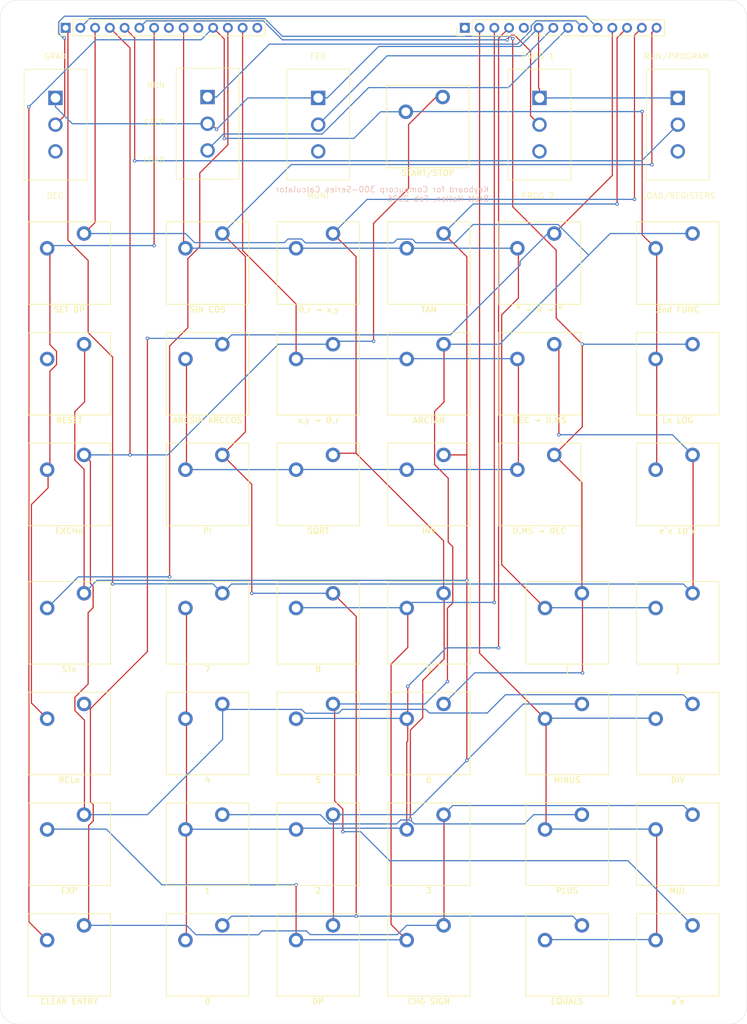
<source format=kicad_pcb>
(kicad_pcb (version 20241229) (generator "pcbnew") (generator_version "9.0")
  (title_block (title "Compucorp 300-Series Calculator Keyboard") (date "3/FEB/2026") (rev "WIP") (company "Brett Hallen"))
  (layers (0 "F.Cu" signal) (2 "B.Cu" signal) (13 "F.Paste" user) (15 "B.Paste" user) (5 "F.SilkS" user "F.Silkscreen") (7 "B.SilkS" user "B.Silkscreen") (1 "F.Mask" user) (3 "B.Mask" user) (25 "Edge.Cuts" user))
  (net 0 "")
  (net 1 "KB_COL_3")
  (net 2 "KB_COL_5")
  (net 3 "KB_PROG_1")
  (net 5 "KB_COL_2")
  (net 6 "KB_COL_6")
  (net 7 "KB_COL_4")
  (net 8 "KB_ROW_3")
  (net 9 "KB_ROW_2")
  (net 10 "KB_RUN")
  (net 12 "KB_ROW_1")
  (net 13 "KB_COL_1")
  (net 14 "KB_ROW_4")
  (net 15 "TCL02_38")
  (net 16 "KB_FED")
  (net 17 "KB_ROW_8")
  (net 18 "KB_ROW_5")
  (net 19 "KB_COL_7")
  (net 21 "KB_LOAD")
  (net 22 "KB_COL_8")
  (net 24 "KB_RUN_{326}")
  (net 25 "KB_ROW_7")
  (net 26 "KB_COL_9")
  (net 27 "KB_ROW_6")
  (net 29 "KB_GRAD")
  (footprint "Connector_PinHeader_2.54mm:PinHeader_1x14_P2.54mm_Vertical" (layer "F.Cu") (at 116.0489 21.4317 90)
    (property "Reference" "J2" (hide yes))
    (property "Value" "Keyboard Right" (hide yes))
  )
  (footprint "Clueless_Engineer:L101021MS02Q" (layer "F.Cu") (at 128.9076 33.5008 180)
    (property "Reference" "SW46" (hide yes))
    (property "Value" "PROG 1/2" (hide yes))
  )
  (footprint "Clueless_Engineer:L101021MS02Q" (layer "F.Cu") (at 152.7206 33.5008 180)
    (property "Reference" "SW45" (hide yes))
    (property "Value" "RUN/LOAD" (hide yes))
  )
  (footprint "PCM_Switch_Keyboard_Cherry_MX:SW_Cherry_MX_PCB_1.00u" (layer "F.Cu") (at 152.7206 61.9138)
    (property "Reference" "SW10" (hide yes))
    (property "Value" "2nd FUNC")
  )
  (footprint "PCM_Switch_Keyboard_Cherry_MX:SW_Cherry_MX_PCB_1.00u" (layer "F.Cu") (at 47.9434 100.0146)
    (property "Reference" "SW14" (hide yes))
    (property "Value" "EXCHn")
  )
  (footprint "PCM_Switch_Keyboard_Cherry_MX:SW_Cherry_MX_PCB_1.00u" (layer "F.Cu") (at 71.7564 80.9642)
    (property "Reference" "SW23" (hide yes))
    (property "Value" "ARCSIN ARCCOS")
  )
  (footprint "PCM_Switch_Keyboard_Cherry_MX:SW_Cherry_MX_PCB_1.00u" (layer "F.Cu") (at 90.8068 80.9642)
    (property "Reference" "SW16" (hide yes))
    (property "Value" "x,y → Θ,r")
  )
  (footprint "PCM_Switch_Keyboard_Cherry_MX:SW_Cherry_MX_PCB_1.00u" (layer "F.Cu") (at 152.7206 142.878)
    (property "Reference" "SW17" (hide yes))
    (property "Value" "DIV")
  )
  (footprint "PCM_Switch_Keyboard_Cherry_MX:SW_Cherry_MX_PCB_1.00u" (layer "F.Cu") (at 133.6702 142.878)
    (property "Reference" "SW31" (hide yes))
    (property "Value" "MINUS")
  )
  (footprint "PCM_Switch_Keyboard_Cherry_MX:SW_Cherry_MX_PCB_1.00u" (layer "F.Cu") (at 128.9076 61.9138)
    (property "Reference" "SW22" (hide yes))
    (property "Value" "º → R → º")
  )
  (footprint "PCM_Switch_Keyboard_Cherry_MX:SW_Cherry_MX_PCB_1.00u" (layer "F.Cu") (at 71.7564 142.878)
    (property "Reference" "SW19" (hide yes))
    (property "Value" "4")
  )
  (footprint "PCM_Switch_Keyboard_Cherry_MX:SW_Cherry_MX_PCB_1.00u" (layer "F.Cu") (at 133.6702 161.9284)
    (property "Reference" "SW36" (hide yes))
    (property "Value" "PLUS")
  )
  (footprint "PCM_Switch_Keyboard_Cherry_MX:SW_Cherry_MX_PCB_1.00u" (layer "F.Cu") (at 90.8068 123.8276)
    (property "Reference" "SW42" (hide yes))
    (property "Value" "8")
  )
  (footprint "PCM_Switch_Keyboard_Cherry_MX:SW_Cherry_MX_PCB_1.00u" (layer "F.Cu") (at 47.9434 180.9788)
    (property "Reference" "SW21" (hide yes))
    (property "Value" "CLEAR ENTRY")
  )
  (footprint "PCM_Switch_Keyboard_Cherry_MX:SW_Cherry_MX_PCB_1.00u" (layer "F.Cu") (at 90.8068 142.878)
    (property "Reference" "SW13" (hide yes))
    (property "Value" "5")
  )
  (footprint "PCM_Switch_Keyboard_Cherry_MX:SW_Cherry_MX_PCB_1.00u" (layer "F.Cu") (at 109.8572 61.9138)
    (property "Reference" "SW29" (hide yes))
    (property "Value" "TAN")
  )
  (footprint "PCM_Switch_Keyboard_Cherry_MX:SW_Cherry_MX_PCB_1.00u" (layer "F.Cu") (at 152.7206 180.9788)
    (property "Reference" "SW12" (hide yes))
    (property "Value" "a^x")
  )
  (footprint "PCM_Switch_Keyboard_Cherry_MX:SW_Cherry_MX_PCB_1.00u" (layer "F.Cu") (at 109.8572 80.9642)
    (property "Reference" "SW11" (hide yes))
    (property "Value" "ARCTAN")
  )
  (footprint "Clueless_Engineer:L101021MS02Q" (layer "F.Cu") (at 90.8068 33.5008 180)
    (property "Reference" "SW44" (hide yes))
    (property "Value" "FED/MUNI" (hide yes))
  )
  (footprint "PCM_Switch_Keyboard_Cherry_MX:SW_Cherry_MX_PCB_1.00u" (layer "F.Cu") (at 109.8572 123.8276)
    (property "Reference" "SW37" (hide yes))
    (property "Value" "9")
  )
  (footprint "PCM_Switch_Keyboard_Cherry_MX:SW_Cherry_MX_PCB_1.00u" (layer "F.Cu") (at 128.9076 80.9642)
    (property "Reference" "SW3" (hide yes))
    (property "Value" "DEC → D.MS")
  )
  (footprint "PCM_Switch_Keyboard_Cherry_MX:SW_Cherry_MX_PCB_1.00u" (layer "F.Cu") (at 90.8068 161.9284)
    (property "Reference" "SW33" (hide yes))
    (property "Value" "2")
  )
  (footprint "PCM_Switch_Keyboard_Cherry_MX:SW_Cherry_MX_PCB_1.00u" (layer "F.Cu") (at 90.8068 100.0146)
    (property "Reference" "SW35" (hide yes))
    (property "Value" "SQRT")
  )
  (footprint "PCM_Switch_Keyboard_Cherry_MX:SW_Cherry_MX_PCB_1.00u" (layer "F.Cu") (at 152.7206 80.9642)
    (property "Reference" "SW5" (hide yes))
    (property "Value" "Ln LOG")
  )
  (footprint "PCM_Switch_Keyboard_Cherry_MX:SW_Cherry_MX_PCB_1.00u" (layer "F.Cu") (at 71.7564 100.0146)
    (property "Reference" "SW40" (hide yes))
    (property "Value" "PI")
  )
  (footprint "PCM_Switch_Keyboard_Cherry_MX:SW_Cherry_MX_PCB_1.00u" (layer "F.Cu") (at 109.8572 100.0146)
    (property "Reference" "SW30" (hide yes))
    (property "Value" "INV")
  )
  (footprint "PCM_Switch_Keyboard_Cherry_MX:SW_Cherry_MX_PCB_1.00u" (layer "F.Cu") (at 71.7564 61.9138)
    (property "Reference" "SW39" (hide yes))
    (property "Value" "SIN COS")
  )
  (footprint "Clueless_Engineer:L101021MS02Q" (layer "F.Cu") (at 71.7564 33.3382 180)
    (property "Reference" "SW47" (hide yes))
    (property "Value" "RUN/STEP/LOAD" (hide yes))
  )
  (footprint "PCM_Switch_Keyboard_Cherry_MX:SW_Cherry_MX_PCB_1.00u" (layer "F.Cu") (at 90.8068 180.9788)
    (property "Reference" "SW32" (hide yes))
    (property "Value" "DP")
  )
  (footprint "PCM_Switch_Keyboard_Cherry_MX:SW_Cherry_MX_PCB_1.00u" (layer "F.Cu") (at 71.7564 161.9284)
    (property "Reference" "SW38" (hide yes))
    (property "Value" "1")
  )
  (footprint "PCM_Switch_Keyboard_Cherry_MX:SW_Cherry_MX_PCB_1.00u" (layer "F.Cu") (at 71.7564 180.9788)
    (property "Reference" "SW43" (hide yes))
    (property "Value" "0")
  )
  (footprint "PCM_Switch_Keyboard_Cherry_MX:SW_Cherry_MX_PCB_1.00u" (layer "F.Cu") (at 109.8572 161.9284)
    (property "Reference" "SW26" (hide yes))
    (property "Value" "3")
  )
  (footprint "PCM_Switch_Keyboard_Cherry_MX:SW_Cherry_MX_PCB_1.00u" (layer "F.Cu") (at 152.7206 161.9284)
    (property "Reference" "SW24" (hide yes))
    (property "Value" "MUL")
  )
  (footprint "PCM_Switch_Keyboard_Cherry_MX:SW_Cherry_MX_PCB_1.00u" (layer "F.Cu") (at 47.9434 80.9642)
    (property "Reference" "SW28" (hide yes))
    (property "Value" "RESET")
  )
  (footprint "PCM_Switch_Keyboard_Cherry_MX:SW_Cherry_MX_PCB_1.00u" (layer "F.Cu") (at 47.9434 161.9284)
    (property "Reference" "SW18" (hide yes))
    (property "Value" "EXP")
  )
  (footprint "Clueless_Engineer:L101021MS02Q" (layer "F.Cu") (at 45.5621 33.5008 180)
    (property "Reference" "SW48" (hide yes))
    (property "Value" "GRAD/DEG" (hide yes))
  )
  (footprint "PCM_Switch_Keyboard_Cherry_MX:SW_Cherry_MX_PCB_1.00u" (layer "F.Cu") (at 47.9434 142.878)
    (property "Reference" "SW20" (hide yes))
    (property "Value" "RCLn")
  )
  (footprint "Connector_PinHeader_2.54mm:PinHeader_1x14_P2.54mm_Vertical" (layer "F.Cu") (at 47.3086 21.4317 90)
    (property "Reference" "J1" (hide yes))
    (property "Value" "Keyboard Left" (hide yes))
  )
  (footprint "PCM_Switch_Keyboard_Cherry_MX:SW_Cherry_MX_PCB_1.00u" (layer "F.Cu") (at 152.7206 123.8276)
    (property "Reference" "SW2" (hide yes))
    (property "Value" ")")
  )
  (footprint "PCM_Switch_Keyboard_Cherry_MX:SW_Cherry_MX_PCB_1.00u" (layer "F.Cu") (at 152.7206 100.0146)
    (property "Reference" "SW1" (hide yes))
    (property "Value" "e^x 10^x")
  )
  (footprint "PCM_Switch_Keyboard_Cherry_MX:SW_Cherry_MX_PCB_1.00u" (layer "F.Cu") (at 133.6702 123.8276)
    (property "Reference" "SW6" (hide yes))
    (property "Value" "(")
  )
  (footprint "PCM_Switch_Keyboard_Cherry_MX:SW_Cherry_MX_PCB_1.00u" (layer "F.Cu") (at 90.8068 61.9138)
    (property "Reference" "SW34" (hide yes))
    (property "Value" "Θ,r → x,y")
  )
  (footprint "PCM_Switch_Keyboard_Cherry_MX:SW_Cherry_MX_PCB_1.00u" (layer "F.Cu") (at 47.9434 61.9138)
    (property "Reference" "SW9" (hide yes))
    (property "Value" "SET DP")
  )
  (footprint "PCM_Switch_Keyboard_Cherry_MX:SW_Cherry_MX_PCB_1.00u" (layer "F.Cu") (at 71.7564 123.8276)
    (property "Reference" "SW4" (hide yes))
    (property "Value" "7")
  )
  (footprint "PCM_Switch_Keyboard_Cherry_MX:SW_Cherry_MX_PCB_1.00u" (layer "F.Cu") (at 109.8572 180.9788)
    (property "Reference" "SW25" (hide yes))
    (property "Value" "CHG SIGN")
  )
  (footprint "PCM_Switch_Keyboard_Cherry_MX:SW_Cherry_MX_PCB_1.00u" (layer "F.Cu") (at 109.8572 142.878)
    (property "Reference" "SW8" (hide yes))
    (property "Value" "6")
  )
  (footprint "PCM_Switch_Keyboard_Cherry_MX:SW_Cherry_MX_PCB_1.00u" (layer "F.Cu") (at 47.9434 123.8276)
    (property "Reference" "SW27" (hide yes))
    (property "Value" "STn")
  )
  (footprint "PCM_Switch_Keyboard_Cherry_MX:SW_Cherry_MX_PCB_1.00u" (layer "F.Cu") (at 133.6702 180.9788)
    (property "Reference" "SW41" (hide yes))
    (property "Value" "EQUALS")
  )
  (footprint "PCM_Switch_Keyboard_Cherry_MX:SW_Cherry_MX_PCB_1.00u" (layer "F.Cu") (at 128.9076 100.0146)
    (property "Reference" "SW7" (hide yes))
    (property "Value" "D.MS → DEC")
  )
  (footprint "PCM_Switch_Keyboard_Cherry_MX:SW_Cherry_MX_PCB_1.00u" (layer "F.Cu") (at 109.6985 38.4182)
    (property "Reference" "SW15" (hide yes))
    (property "Value" "START/STOP")
  )
  (gr_arc (start 36.0369 19.6691) (mid 36.91558 17.54778) (end 39.0369 16.6691) (stroke (width 0.05)) (layer "Edge.Cuts"))
  (gr_line (start 161.6271 192.8853) (end 39.0369 192.8853) (stroke (width 0.05)) (layer "Edge.Cuts"))
  (gr_arc (start 39.0369 192.8853) (mid 36.91558 192.00662) (end 36.0369 189.8853) (stroke (width 0.05)) (layer "Edge.Cuts"))
  (gr_line (start 36.0369 189.8853) (end 36.0369 19.6691) (stroke (width 0.05)) (layer "Edge.Cuts"))
  (gr_arc (start 161.6271 16.6691) (mid 163.74842 17.54778) (end 164.6271 19.6691) (stroke (width 0.05)) (layer "Edge.Cuts"))
  (gr_line (start 164.6271 19.6691) (end 164.6271 189.8853) (stroke (width 0.05)) (layer "Edge.Cuts"))
  (gr_arc (start 164.6271 189.8853) (mid 163.74842 192.00662) (end 161.6271 192.8853) (stroke (width 0.05)) (layer "Edge.Cuts"))
  (gr_line (start 39.0369 16.6691) (end 161.6271 16.6691) (stroke (width 0.05)) (layer "Edge.Cuts"))
  (gr_text "MUNI" (at 88.8434 50.9388 0) (layer "F.SilkS") (effects (font (size 1 1) (thickness 0.1)) (justify left bottom)))
  (gr_text "DEG" (at 43.9684 50.9388 0) (layer "F.SilkS") (effects (font (size 1 1) (thickness 0.1)) (justify left bottom)))
  (gr_text "RUN\n\n\n\nSTEP\n\n\n\nLOAD" (at 64.4684 44.7638 0) (layer "F.SilkS") (effects (font (size 1 1) (thickness 0.1)) (justify right bottom)))
  (gr_text "GRAD" (at 43.49221 26.9138 0) (layer "F.SilkS") (effects (font (size 1 1) (thickness 0.1)) (justify left bottom)))
  (gr_text "PROG 2" (at 125.6684 50.9388 0) (layer "F.SilkS") (effects (font (size 1 1) (thickness 0.1)) (justify left bottom)))
  (gr_text "LOAD/REGISTERS" (at 146.4684 50.9388 0) (layer "F.SilkS") (effects (font (size 1 1) (thickness 0.1)) (justify left bottom)))
  (gr_text "PROG 1" (at 125.6684 26.9138 0) (layer "F.SilkS") (effects (font (size 1 1) (thickness 0.1)) (justify left bottom)))
  (gr_text "FED" (at 89.31959 26.9138 0) (layer "F.SilkS") (effects (font (size 1 1) (thickness 0.1)) (justify left bottom)))
  (gr_text "RUN/PROGRAM" (at 146.8184 26.9138 0) (layer "F.SilkS") (effects (font (size 1 1) (thickness 0.1)) (justify left bottom)))
  (gr_text "Keyboard for Compucorp 300-Series Calculator\nBrett Hallen, Feb 2026" (at 120.2684 51.4388 0) (layer "B.SilkS") (effects (font (size 1 1) (thickness 0.1)) (justify left bottom mirror)))
  (segment (start 122.3992 70.8197) (end 125.2755 67.9434) (width 0.2) (layer "F.Cu") (net 2))
  (segment (start 125.2755 67.9434) (end 125.2755 59.5517) (width 0.2) (layer "F.Cu") (net 2))
  (segment (start 122.3992 113.8266) (end 122.3992 70.8197) (width 0.2) (layer "F.Cu") (net 2))
  (segment (start 67.9464 59.3738) (end 67.6286 59.056) (width 0.2) (layer "F.Cu") (net 2))
  (segment (start 67.6286 59.056) (end 67.6286 21.4317) (width 0.2) (layer "F.Cu") (net 2))
  (segment (start 129.8602 121.2876) (end 122.3992 113.8266) (width 0.2) (layer "F.Cu") (net 2))
  (segment (start 125.2755 59.5517) (end 125.0976 59.3738) (width 0.2) (layer "F.Cu") (net 2))
  (segment (start 86.9968 59.3598) (end 106.0472 59.3598) (width 0.2) (layer "B.Cu") (net 2))
  (segment (start 129.9103 121.2375) (end 148.8605 121.2375) (width 0.2) (layer "B.Cu") (net 2))
  (segment (start 67.9604 59.3598) (end 67.9464 59.3738) (width 0.2) (layer "B.Cu") (net 2))
  (segment (start 106.0472 59.3598) (end 106.0472 59.3738) (width 0.2) (layer "B.Cu") (net 2))
  (segment (start 129.8602 121.2876) (end 129.9103 121.2375) (width 0.2) (layer "B.Cu") (net 2))
  (segment (start 106.0472 59.3598) (end 125.0836 59.3598) (width 0.2) (layer "B.Cu") (net 2))
  (segment (start 125.0836 59.3598) (end 125.0976 59.3738) (width 0.2) (layer "B.Cu") (net 2))
  (segment (start 86.9968 59.3738) (end 86.9968 59.3598) (width 0.2) (layer "B.Cu") (net 2))
  (segment (start 86.9968 59.3598) (end 67.9604 59.3598) (width 0.2) (layer "B.Cu") (net 2))
  (segment (start 148.8605 121.2375) (end 148.9106 121.2876) (width 0.2) (layer "B.Cu") (net 2))
  (segment (start 127.3684 36.5616) (end 127.3684 25.4627) (width 0.2) (layer "F.Cu") (net 3))
  (segment (start 123.3301 23.3976) (end 123.3301 23.4989) (width 0.2) (layer "F.Cu") (net 3))
  (segment (start 124.5953 22.6896) (end 124.0381 22.6896) (width 0.2) (layer "F.Cu") (net 3))
  (segment (start 128.9076 38.1008) (end 127.3684 36.5616) (width 0.2) (layer "F.Cu") (net 3))
  (segment (start 127.3684 25.4627) (end 124.5953 22.6896) (width 0.2) (layer "F.Cu") (net 3))
  (segment (start 124.0381 22.6896) (end 123.3301 23.3976) (width 0.2) (layer "F.Cu") (net 3))
  (via (at 123.3301 23.4989) (size 0.6) (drill 0.3) (layers "F.Cu" "B.Cu") (net 3))
  (segment (start 81.3625 20.2356) (end 84.6258 23.4989) (width 0.2) (layer "B.Cu") (net 3))
  (segment (start 60.0086 21.4317) (end 61.2047 20.2356) (width 0.2) (layer "B.Cu") (net 3))
  (segment (start 84.6258 23.4989) (end 123.3301 23.4989) (width 0.2) (layer "B.Cu") (net 3))
  (segment (start 61.2047 20.2356) (end 81.3625 20.2356) (width 0.2) (layer "B.Cu") (net 3))
  (segment (start 70.4077 46.4144) (end 70.4077 59.107) (width 0.2) (layer "F.Cu") (net 5))
  (segment (start 75.2486 21.4317) (end 75.2486 41.5735) (width 0.2) (layer "F.Cu") (net 5))
  (segment (start 68.3622 73.0461) (end 65.2182 76.1901) (width 0.2) (layer "F.Cu") (net 5))
  (segment (start 68.3622 61.1525) (end 68.3622 73.0461) (width 0.2) (layer "F.Cu") (net 5))
  (segment (start 75.2486 41.5735) (end 70.4077 46.4144) (width 0.2) (layer "F.Cu") (net 5))
  (segment (start 70.4077 59.107) (end 68.3622 61.1525) (width 0.2) (layer "F.Cu") (net 5))
  (segment (start 65.2182 76.1901) (end 65.2182 115.9172) (width 0.2) (layer "F.Cu") (net 5))
  (via (at 65.2182 115.9172) (size 0.6) (drill 0.3) (layers "F.Cu" "B.Cu") (net 5))
  (segment (start 65.2182 115.9172) (end 49.5038 115.9172) (width 0.2) (layer "B.Cu") (net 5))
  (segment (start 49.5038 115.9172) (end 44.1334 121.2876) (width 0.2) (layer "B.Cu") (net 5))
  (segment (start 68.1243 97.2967) (end 68.1243 78.6021) (width 0.2) (layer "F.Cu") (net 6))
  (segment (start 67.9464 97.4746) (end 68.1243 97.2967) (width 0.2) (layer "F.Cu") (net 6))
  (segment (start 125.0976 97.4746) (end 125.2755 97.2967) (width 0.2) (layer "F.Cu") (net 6))
  (segment (start 86.9968 78.4242) (end 86.9968 68.9683) (width 0.2) (layer "F.Cu") (net 6))
  (segment (start 68.1243 78.6021) (end 67.9464 78.4242) (width 0.2) (layer "F.Cu") (net 6))
  (segment (start 86.9968 68.9683) (end 77.7886 59.7601) (width 0.2) (layer "F.Cu") (net 6))
  (segment (start 125.2755 78.6021) (end 125.0976 78.4242) (width 0.2) (layer "F.Cu") (net 6))
  (segment (start 77.7886 59.7601) (end 77.7886 21.4317) (width 0.2) (layer "F.Cu") (net 6))
  (segment (start 125.2755 97.2967) (end 125.2755 78.6021) (width 0.2) (layer "F.Cu") (net 6))
  (segment (start 67.9464 97.4746) (end 67.9581 97.4629) (width 0.2) (layer "B.Cu") (net 6))
  (segment (start 87.0248 97.4466) (end 86.9968 97.4746) (width 0.2) (layer "B.Cu") (net 6))
  (segment (start 125.0416 78.3682) (end 106.1032 78.3682) (width 0.2) (layer "B.Cu") (net 6))
  (segment (start 106.1032 78.3682) (end 106.0472 78.4242) (width 0.2) (layer "B.Cu") (net 6))
  (segment (start 67.9581 97.4629) (end 86.9851 97.4629) (width 0.2) (layer "B.Cu") (net 6))
  (segment (start 106.0472 78.4242) (end 105.9912 78.3682) (width 0.2) (layer "B.Cu") (net 6))
  (segment (start 87.0528 78.3682) (end 86.9968 78.4242) (width 0.2) (layer "B.Cu") (net 6))
  (segment (start 106.0472 97.4466) (end 87.0248 97.4466) (width 0.2) (layer "B.Cu") (net 6))
  (segment (start 106.0472 97.4466) (end 106.0472 97.4746) (width 0.2) (layer "B.Cu") (net 6))
  (segment (start 105.9912 78.3682) (end 87.0528 78.3682) (width 0.2) (layer "B.Cu") (net 6))
  (segment (start 125.0976 78.4242) (end 125.0416 78.3682) (width 0.2) (layer "B.Cu") (net 6))
  (segment (start 125.0696 97.4466) (end 106.0472 97.4466) (width 0.2) (layer "B.Cu") (net 6))
  (segment (start 125.0976 97.4746) (end 125.0696 97.4466) (width 0.2) (layer "B.Cu") (net 6))
  (segment (start 86.9851 97.4629) (end 86.9968 97.4746) (width 0.2) (layer "B.Cu") (net 6))
  (segment (start 148.9106 78.4242) (end 149.0885 78.2463) (width 0.2) (layer "F.Cu") (net 7))
  (segment (start 146.5825 57.0457) (end 146.5825 35.8486) (width 0.2) (layer "F.Cu") (net 7))
  (segment (start 148.9106 59.3738) (end 146.5825 57.0457) (width 0.2) (layer "F.Cu") (net 7))
  (segment (start 149.0885 59.5517) (end 148.9106 59.3738) (width 0.2) (layer "F.Cu") (net 7))
  (segment (start 72.7086 21.4317) (end 74.6264 23.3495) (width 0.2) (layer "F.Cu") (net 7))
  (segment (start 74.6264 23.3495) (end 74.6264 40.46) (width 0.2) (layer "F.Cu") (net 7))
  (segment (start 44.1334 178.4388) (end 40.9868 175.2922) (width 0.2) (layer "F.Cu") (net 7))
  (segment (start 149.0885 97.2967) (end 149.0885 78.6021) (width 0.2) (layer "F.Cu") (net 7))
  (segment (start 40.9868 175.2922) (end 40.9868 35.0256) (width 0.2) (layer "F.Cu") (net 7))
  (segment (start 149.0885 78.2463) (end 149.0885 59.5517) (width 0.2) (layer "F.Cu") (net 7))
  (segment (start 149.0885 78.6021) (end 148.9106 78.4242) (width 0.2) (layer "F.Cu") (net 7))
  (segment (start 148.9106 97.4746) (end 149.0885 97.2967) (width 0.2) (layer "F.Cu") (net 7))
  (via (at 40.9868 35.0256) (size 0.6) (drill 0.3) (layers "F.Cu" "B.Cu") (net 7))
  (via (at 146.5825 35.8486) (size 0.6) (drill 0.3) (layers "F.Cu" "B.Cu") (net 7))
  (via (at 74.6264 40.46) (size 0.6) (drill 0.3) (layers "F.Cu" "B.Cu") (net 7))
  (segment (start 101.5377 35.8782) (end 105.8885 35.8782) (width 0.2) (layer "B.Cu") (net 7))
  (segment (start 52.5227 23.4897) (end 40.9868 35.0256) (width 0.2) (layer "B.Cu") (net 7))
  (segment (start 72.7086 21.4317) (end 70.6506 23.4897) (width 0.2) (layer "B.Cu") (net 7))
  (segment (start 105.8885 35.8782) (end 105.9181 35.8486) (width 0.2) (layer "B.Cu") (net 7))
  (segment (start 96.9559 40.46) (end 101.5377 35.8782) (width 0.2) (layer "B.Cu") (net 7))
  (segment (start 105.9181 35.8486) (end 146.5825 35.8486) (width 0.2) (layer "B.Cu") (net 7))
  (segment (start 74.6264 40.46) (end 96.9559 40.46) (width 0.2) (layer "B.Cu") (net 7))
  (segment (start 70.6506 23.4897) (end 52.5227 23.4897) (width 0.2) (layer "B.Cu") (net 7))
  (segment (start 113.1928 98.952) (end 113.1928 109.9591) (width 0.2) (layer "F.Cu") (net 8))
  (segment (start 113.9779 120.4079) (end 113.0572 121.3286) (width 0.2) (layer "F.Cu") (net 8))
  (segment (start 110.8419 87.4522) (end 110.8419 96.6011) (width 0.2) (layer "F.Cu") (net 8))
  (segment (start 93.3468 137.798) (end 93.6351 138.0863) (width 0.2) (layer "F.Cu") (net 8))
  (segment (start 93.6351 154.4717) (end 95.0464 155.883) (width 0.2) (layer "F.Cu") (net 8))
  (segment (start 50.4834 56.8338) (end 52.3886 54.9286) (width 0.2) (layer "F.Cu") (net 8))
  (segment (start 93.6351 138.0863) (end 93.6351 154.4717) (width 0.2) (layer "F.Cu") (net 8))
  (segment (start 113.9779 110.7442) (end 113.9779 120.4079) (width 0.2) (layer "F.Cu") (net 8))
  (segment (start 110.8419 96.6011) (end 113.1928 98.952) (width 0.2) (layer "F.Cu") (net 8))
  (segment (start 113.0572 121.3286) (end 113.0572 133.9353) (width 0.2) (layer "F.Cu") (net 8))
  (segment (start 95.0464 155.883) (end 95.0464 159.7771) (width 0.2) (layer "F.Cu") (net 8))
  (segment (start 52.3886 54.9286) (end 52.3886 21.4317) (width 0.2) (layer "F.Cu") (net 8))
  (segment (start 113.1928 109.9591) (end 113.9779 110.7442) (width 0.2) (layer "F.Cu") (net 8))
  (segment (start 112.4695 75.9565) (end 112.4695 85.8246) (width 0.2) (layer "F.Cu") (net 8))
  (segment (start 112.3972 75.8842) (end 112.4695 75.9565) (width 0.2) (layer "F.Cu") (net 8))
  (segment (start 112.4695 85.8246) (end 110.8419 87.4522) (width 0.2) (layer "F.Cu") (net 8))
  (via (at 95.0464 159.7771) (size 0.6) (drill 0.3) (layers "F.Cu" "B.Cu") (net 8))
  (via (at 113.0572 133.9353) (size 0.6) (drill 0.3) (layers "F.Cu" "B.Cu") (net 8))
  (segment (start 67.9464 56.8338) (end 69.5163 58.4037) (width 0.2) (layer "B.Cu") (net 8))
  (segment (start 84.9739 58.4037) (end 85.6044 57.7732) (width 0.2) (layer "B.Cu") (net 8))
  (segment (start 107.6452 58.4318) (end 114.3289 58.4318) (width 0.2) (layer "B.Cu") (net 8))
  (segment (start 103.7772 58.4422) (end 104.4233 57.7961) (width 0.2) (layer "B.Cu") (net 8))
  (segment (start 144.1332 164.7714) (end 103.0902 164.7714) (width 0.2) (layer "B.Cu") (net 8))
  (segment (start 141.0884 56.8338) (end 137.3701 60.5521) (width 0.2) (layer "B.Cu") (net 8))
  (segment (start 132.0955 55.2775) (end 137.3701 60.5521) (width 0.2) (layer "B.Cu") (net 8))
  (segment (start 93.3468 137.798) (end 109.1945 137.798) (width 0.2) (layer "B.Cu") (net 8))
  (segment (start 50.4834 56.8338) (end 67.9464 56.8338) (width 0.2) (layer "B.Cu") (net 8))
  (segment (start 155.2606 56.8338) (end 141.0884 56.8338) (width 0.2) (layer "B.Cu") (net 8))
  (segment (start 109.1945 137.798) (end 113.0572 133.9353) (width 0.2) (layer "B.Cu") (net 8))
  (segment (start 155.2606 175.8988) (end 144.1332 164.7714) (width 0.2) (layer "B.Cu") (net 8))
  (segment (start 117.4832 55.2775) (end 132.0955 55.2775) (width 0.2) (layer "B.Cu") (net 8))
  (segment (start 88.6052 58.4422) (end 103.7772 58.4422) (width 0.2) (layer "B.Cu") (net 8))
  (segment (start 107.0095 57.7961) (end 107.6452 58.4318) (width 0.2) (layer "B.Cu") (net 8))
  (segment (start 104.4233 57.7961) (end 107.0095 57.7961) (width 0.2) (layer "B.Cu") (net 8))
  (segment (start 103.0902 164.7714) (end 98.0959 159.7771) (width 0.2) (layer "B.Cu") (net 8))
  (segment (start 85.6044 57.7732) (end 87.9362 57.7732) (width 0.2) (layer "B.Cu") (net 8))
  (segment (start 122.038 75.8842) (end 112.3972 75.8842) (width 0.2) (layer "B.Cu") (net 8))
  (segment (start 114.3289 58.4318) (end 117.4832 55.2775) (width 0.2) (layer "B.Cu") (net 8))
  (segment (start 87.9362 57.7732) (end 88.6052 58.4422) (width 0.2) (layer "B.Cu") (net 8))
  (segment (start 137.3701 60.5521) (end 122.038 75.8842) (width 0.2) (layer "B.Cu") (net 8))
  (segment (start 69.5163 58.4037) (end 84.9739 58.4037) (width 0.2) (layer "B.Cu") (net 8))
  (segment (start 98.0959 159.7771) (end 95.0464 159.7771) (width 0.2) (layer "B.Cu") (net 8))
  (segment (start 136.3096 118.424) (end 136.3096 132.4392) (width 0.2) (layer "F.Cu") (net 9))
  (segment (start 124.2953 52.2215) (end 124.2953 23.2913) (width 0.2) (layer "F.Cu") (net 9))
  (segment (start 131.7852 59.7114) (end 124.2953 52.2215) (width 0.2) (layer "F.Cu") (net 9))
  (segment (start 136.2102 99.6972) (end 136.2102 118.3246) (width 0.2) (layer "F.Cu") (net 9))
  (segment (start 131.4476 94.9346) (end 136.2102 99.6972) (width 0.2) (layer "F.Cu") (net 9))
  (segment (start 136.2761 75.8842) (end 131.7852 71.3933) (width 0.2) (layer "F.Cu") (net 9))
  (segment (start 131.7852 71.3933) (end 131.7852 59.7114) (width 0.2) (layer "F.Cu") (net 9))
  (segment (start 136.2102 118.3246) (end 136.2102 118.7476) (width 0.2) (layer "F.Cu") (net 9))
  (segment (start 136.2761 90.1061) (end 136.2761 75.8842) (width 0.2) (layer "F.Cu") (net 9))
  (segment (start 136.2102 118.3246) (end 136.3096 118.424) (width 0.2) (layer "F.Cu") (net 9))
  (segment (start 131.4476 94.9346) (end 136.2761 90.1061) (width 0.2) (layer "F.Cu") (net 9))
  (via (at 136.3096 132.4392) (size 0.6) (drill 0.3) (layers "F.Cu" "B.Cu") (net 9))
  (via (at 124.2953 23.2913) (size 0.6) (drill 0.3) (layers "F.Cu" "B.Cu") (net 9))
  (via (at 136.2761 75.8842) (size 0.6) (drill 0.3) (layers "F.Cu" "B.Cu") (net 9))
  (segment (start 81.5738 19.8339) (end 51.4464 19.8339) (width 0.2) (layer "B.Cu") (net 9))
  (segment (start 51.4464 19.8339) (end 49.8486 21.4317) (width 0.2) (layer "B.Cu") (net 9))
  (segment (start 117.756 132.4392) (end 136.3096 132.4392) (width 0.2) (layer "B.Cu") (net 9))
  (segment (start 112.3972 137.798) (end 117.756 132.4392) (width 0.2) (layer "B.Cu") (net 9))
  (segment (start 84.6279 22.888) (end 81.5738 19.8339) (width 0.2) (layer "B.Cu") (net 9))
  (segment (start 123.892 22.888) (end 84.6279 22.888) (width 0.2) (layer "B.Cu") (net 9))
  (segment (start 155.2606 75.8842) (end 136.2761 75.8842) (width 0.2) (layer "B.Cu") (net 9))
  (segment (start 124.2953 23.2913) (end 123.892 22.888) (width 0.2) (layer "B.Cu") (net 9))
  (segment (start 59.1997 23.1628) (end 59.1997 44.3157) (width 0.2) (layer "F.Cu") (net 10))
  (segment (start 57.4686 21.4317) (end 59.1997 23.1628) (width 0.2) (layer "F.Cu") (net 10))
  (via (at 59.1997 44.3157) (size 0.6) (drill 0.3) (layers "F.Cu" "B.Cu") (net 10))
  (segment (start 146.5057 44.3157) (end 152.7206 38.1008) (width 0.2) (layer "B.Cu") (net 10))
  (segment (start 59.1997 44.3157) (end 146.5057 44.3157) (width 0.2) (layer "B.Cu") (net 10))
  (segment (start 155.3533 118.6549) (end 155.2606 118.7476) (width 0.2) (layer "F.Cu") (net 12))
  (segment (start 155.2606 94.9346) (end 155.3533 95.0273) (width 0.2) (layer "F.Cu") (net 12))
  (segment (start 132.2432 91.4654) (end 132.2432 76.6798) (width 0.2) (layer "F.Cu") (net 12))
  (segment (start 47.7103 21.8334) (end 47.3086 21.4317) (width 0.2) (layer "F.Cu") (net 12))
  (segment (start 55.4057 117.1248) (end 55.4057 78.1064) (width 0.2) (layer "F.Cu") (net 12))
  (segment (start 132.2432 76.6798) (end 131.4476 75.8842) (width 0.2) (layer "F.Cu") (net 12))
  (segment (start 47.7103 57.9932) (end 47.7103 21.8334) (width 0.2) (layer "F.Cu") (net 12))
  (segment (start 51.1875 61.4704) (end 47.7103 57.9932) (width 0.2) (layer "F.Cu") (net 12))
  (segment (start 155.3533 95.0273) (end 155.3533 118.6549) (width 0.2) (layer "F.Cu") (net 12))
  (segment (start 55.4057 78.1064) (end 51.1875 73.8882) (width 0.2) (layer "F.Cu") (net 12))
  (segment (start 51.1875 73.8882) (end 51.1875 61.4704) (width 0.2) (layer "F.Cu") (net 12))
  (via (at 132.2432 91.4654) (size 0.6) (drill 0.3) (layers "F.Cu" "B.Cu") (net 12))
  (via (at 55.4057 117.1248) (size 0.6) (drill 0.3) (layers "F.Cu" "B.Cu") (net 12))
  (segment (start 75.8909 117.1531) (end 74.2964 118.7476) (width 0.2) (layer "B.Cu") (net 12))
  (segment (start 153.6661 117.1531) (end 75.8909 117.1531) (width 0.2) (layer "B.Cu") (net 12))
  (segment (start 151.7914 91.4654) (end 132.2432 91.4654) (width 0.2) (layer "B.Cu") (net 12))
  (segment (start 155.2606 118.7476) (end 153.6661 117.1531) (width 0.2) (layer "B.Cu") (net 12))
  (segment (start 55.4057 117.1248) (end 72.6736 117.1248) (width 0.2) (layer "B.Cu") (net 12))
  (segment (start 72.6736 117.1248) (end 74.2964 118.7476) (width 0.2) (layer "B.Cu") (net 12))
  (segment (start 155.2606 94.9346) (end 151.7914 91.4654) (width 0.2) (layer "B.Cu") (net 12))
  (segment (start 44.1334 59.3738) (end 44.6079 59.8483) (width 0.2) (layer "F.Cu") (net 13))
  (segment (start 44.2901 97.6313) (end 44.1334 97.4746) (width 0.2) (layer "F.Cu") (net 13))
  (segment (start 41.4236 137.6282) (end 41.4236 103.4721) (width 0.2) (layer "F.Cu") (net 13))
  (segment (start 45.7485 79.396) (end 44.608 80.5365) (width 0.2) (layer "F.Cu") (net 13))
  (segment (start 62.5486 21.4317) (end 62.5486 58.9085) (width 0.2) (layer "F.Cu") (net 13))
  (segment (start 44.608 80.5365) (end 44.608 97) (width 0.2) (layer "F.Cu") (net 13))
  (segment (start 44.1334 140.338) (end 41.4236 137.6282) (width 0.2) (layer "F.Cu") (net 13))
  (segment (start 45.7485 77.1152) (end 45.7485 79.396) (width 0.2) (layer "F.Cu") (net 13))
  (segment (start 44.2901 100.6056) (end 44.2901 97.6313) (width 0.2) (layer "F.Cu") (net 13))
  (segment (start 41.4236 103.4721) (end 44.2901 100.6056) (width 0.2) (layer "F.Cu") (net 13))
  (segment (start 44.6079 75.9746) (end 45.7485 77.1152) (width 0.2) (layer "F.Cu") (net 13))
  (segment (start 44.6079 59.8483) (end 44.6079 75.9746) (width 0.2) (layer "F.Cu") (net 13))
  (segment (start 44.608 97) (end 44.1334 97.4746) (width 0.2) (layer "F.Cu") (net 13))
  (via (at 62.5486 58.9085) (size 0.6) (drill 0.3) (layers "F.Cu" "B.Cu") (net 13))
  (segment (start 44.5987 58.9085) (end 62.5486 58.9085) (width 0.2) (layer "B.Cu") (net 13))
  (segment (start 44.1334 59.3738) (end 44.5987 58.9085) (width 0.2) (layer "B.Cu") (net 13))
  (segment (start 50.5543 140.587) (end 48.9099 138.9426) (width 0.2) (layer "F.Cu") (net 14))
  (segment (start 112.2385 33.3382) (end 111.1027 33.3382) (width 0.2) (layer "F.Cu") (net 14))
  (segment (start 51.5779 96.0291) (end 50.4834 94.9346) (width 0.2) (layer "F.Cu") (net 14))
  (segment (start 51.1875 134.3595) (end 51.1875 122.0827) (width 0.2) (layer "F.Cu") (net 14))
  (segment (start 52.0463 121.2239) (end 52.0463 117.5248) (width 0.2) (layer "F.Cu") (net 14))
  (segment (start 48.9099 136.6371) (end 51.1875 134.3595) (width 0.2) (layer "F.Cu") (net 14))
  (segment (start 52.0463 117.5248) (end 51.5779 117.0564) (width 0.2) (layer "F.Cu") (net 14))
  (segment (start 50.4834 156.8484) (end 50.5543 156.7775) (width 0.2) (layer "F.Cu") (net 14))
  (segment (start 106.3631 49.0611) (end 100.3337 55.0905) (width 0.2) (layer "F.Cu") (net 14))
  (segment (start 106.3631 38.0778) (end 106.3631 49.0611) (width 0.2) (layer "F.Cu") (net 14))
  (segment (start 51.1875 122.0827) (end 52.0463 121.2239) (width 0.2) (layer "F.Cu") (net 14))
  (segment (start 54.9286 21.4317) (end 58.4009 24.904) (width 0.2) (layer "F.Cu") (net 14))
  (segment (start 51.5779 117.0564) (end 51.5779 96.0291) (width 0.2) (layer "F.Cu") (net 14))
  (segment (start 48.9099 138.9426) (end 48.9099 136.6371) (width 0.2) (layer "F.Cu") (net 14))
  (segment (start 50.5543 156.7775) (end 50.5543 140.587) (width 0.2) (layer "F.Cu") (net 14))
  (segment (start 58.4009 24.904) (end 58.4009 94.9346) (width 0.2) (layer "F.Cu") (net 14))
  (segment (start 100.3337 55.0905) (end 100.3337 75.3719) (width 0.2) (layer "F.Cu") (net 14))
  (segment (start 111.1027 33.3382) (end 106.3631 38.0778) (width 0.2) (layer "F.Cu") (net 14))
  (via (at 100.3337 75.3719) (size 0.6) (drill 0.3) (layers "F.Cu" "B.Cu") (net 14))
  (via (at 58.4009 94.9346) (size 0.6) (drill 0.3) (layers "F.Cu" "B.Cu") (net 14))
  (segment (start 87.9344 138.7356) (end 74.3491 138.7356) (width 0.2) (layer "B.Cu") (net 14))
  (segment (start 61.4048 156.8484) (end 74.3491 143.9041) (width 0.2) (layer "B.Cu") (net 14))
  (segment (start 119.9138 139.3525) (end 109.9382 139.3525) (width 0.2) (layer "B.Cu") (net 14))
  (segment (start 50.4834 156.8484) (end 61.4048 156.8484) (width 0.2) (layer "B.Cu") (net 14))
  (segment (start 83.9341 75.8842) (end 64.8837 94.9346) (width 0.2) (layer "B.Cu") (net 14))
  (segment (start 74.3491 138.7356) (end 74.3491 137.8507) (width 0.2) (layer "B.Cu") (net 14))
  (segment (start 109.9382 139.3525) (end 109.3109 138.7252) (width 0.2) (layer "B.Cu") (net 14))
  (segment (start 94.2916 139.3932) (end 88.592 139.3932) (width 0.2) (layer "B.Cu") (net 14))
  (segment (start 123.0559 136.2104) (end 119.9138 139.3525) (width 0.2) (layer "B.Cu") (net 14))
  (segment (start 74.3491 143.9041) (end 74.3491 138.7356) (width 0.2) (layer "B.Cu") (net 14))
  (segment (start 94.9596 138.7252) (end 94.2916 139.3932) (width 0.2) (layer "B.Cu") (net 14))
  (segment (start 88.592 139.3932) (end 87.9344 138.7356) (width 0.2) (layer "B.Cu") (net 14))
  (segment (start 93.3468 75.8842) (end 83.9341 75.8842) (width 0.2) (layer "B.Cu") (net 14))
  (segment (start 153.673 136.2104) (end 123.0559 136.2104) (width 0.2) (layer "B.Cu") (net 14))
  (segment (start 93.8591 75.3719) (end 93.3468 75.8842) (width 0.2) (layer "B.Cu") (net 14))
  (segment (start 155.2606 137.798) (end 153.673 136.2104) (width 0.2) (layer "B.Cu") (net 14))
  (segment (start 109.3109 138.7252) (end 94.9596 138.7252) (width 0.2) (layer "B.Cu") (net 14))
  (segment (start 58.4009 94.9346) (end 50.4834 94.9346) (width 0.2) (layer "B.Cu") (net 14))
  (segment (start 64.8837 94.9346) (end 58.4009 94.9346) (width 0.2) (layer "B.Cu") (net 14))
  (segment (start 74.3491 137.8507) (end 74.2964 137.798) (width 0.2) (layer "B.Cu") (net 14))
  (segment (start 100.3337 75.3719) (end 93.8591 75.3719) (width 0.2) (layer "B.Cu") (net 14))
  (segment (start 72.3213 37.9382) (end 73.2853 38.9022) (width 0.2) (layer "F.Cu") (net 15))
  (segment (start 128.9076 33.5008) (end 128.9076 31.9616) (width 0.2) (layer "F.Cu") (net 15))
  (segment (start 128.9076 31.9616) (end 128.7489 31.8029) (width 0.2) (layer "F.Cu") (net 15))
  (segment (start 128.7489 31.8029) (end 128.7489 21.4317) (width 0.2) (layer "F.Cu") (net 15))
  (segment (start 71.7564 37.9382) (end 72.3213 37.9382) (width 0.2) (layer "F.Cu") (net 15))
  (via (at 73.2853 38.9022) (size 0.6) (drill 0.3) (layers "F.Cu" "B.Cu") (net 15))
  (segment (start 48.4603 37.9382) (end 71.7564 37.9382) (width 0.2) (layer "B.Cu") (net 15))
  (segment (start 90.8068 33.5008) (end 92.346 33.5008) (width 0.2) (layer "B.Cu") (net 15))
  (segment (start 45.5621 33.5008) (end 45.5621 35.04) (width 0.2) (layer "B.Cu") (net 15))
  (segment (start 45.5621 35.04) (end 48.4603 37.9382) (width 0.2) (layer "B.Cu") (net 15))
  (segment (start 101.2041 24.6427) (end 125.5379 24.6427) (width 0.2) (layer "B.Cu") (net 15))
  (segment (start 90.8068 33.5008) (end 89.2676 33.5008) (width 0.2) (layer "B.Cu") (net 15))
  (segment (start 89.2676 33.5008) (end 78.6867 33.5008) (width 0.2) (layer "B.Cu") (net 15))
  (segment (start 125.5379 24.6427) (end 128.7489 21.4317) (width 0.2) (layer "B.Cu") (net 15))
  (segment (start 78.6867 33.5008) (end 73.2853 38.9022) (width 0.2) (layer "B.Cu") (net 15))
  (segment (start 152.7206 33.5008) (end 128.9076 33.5008) (width 0.2) (layer "B.Cu") (net 15))
  (segment (start 92.346 33.5008) (end 101.2041 24.6427) (width 0.2) (layer "B.Cu") (net 15))
  (segment (start 102.6626 26.245) (end 126.4757 26.245) (width 0.2) (layer "B.Cu") (net 16))
  (segment (start 126.4757 26.245) (end 126.4757 26.2449) (width 0.2) (layer "B.Cu") (net 16))
  (segment (start 126.4757 26.2449) (end 131.2889 21.4317) (width 0.2) (layer "B.Cu") (net 16))
  (segment (start 90.8068 38.1008) (end 102.6626 26.245) (width 0.2) (layer "B.Cu") (net 16))
  (segment (start 74.2964 56.8338) (end 74.2964 56.8359) (width 0.2) (layer "F.Cu") (net 17))
  (segment (start 78.2679 90.9631) (end 74.2964 94.9346) (width 0.2) (layer "F.Cu") (net 17))
  (segment (start 79.3673 100.0055) (end 79.3673 118.7476) (width 0.2) (layer "F.Cu") (net 17))
  (segment (start 148.2569 22.2437) (end 149.0689 21.4317) (width 0.2) (layer "F.Cu") (net 17))
  (segment (start 74.2964 56.8359) (end 78.2679 60.8074) (width 0.2) (layer "F.Cu") (net 17))
  (segment (start 74.2964 94.9346) (end 79.3673 100.0055) (width 0.2) (layer "F.Cu") (net 17))
  (segment (start 78.2679 60.8074) (end 78.2679 90.9631) (width 0.2) (layer "F.Cu") (net 17))
  (segment (start 97.3447 122.7455) (end 97.3447 174.3159) (width 0.2) (layer "F.Cu") (net 17))
  (segment (start 148.2569 44.975) (end 148.2569 22.2437) (width 0.2) (layer "F.Cu") (net 17))
  (segment (start 93.3468 118.7476) (end 97.3447 122.7455) (width 0.2) (layer "F.Cu") (net 17))
  (via (at 97.3447 174.3159) (size 0.6) (drill 0.3) (layers "F.Cu" "B.Cu") (net 17))
  (via (at 79.3673 118.7476) (size 0.6) (drill 0.3) (layers "F.Cu" "B.Cu") (net 17))
  (via (at 148.2569 44.975) (size 0.6) (drill 0.3) (layers "F.Cu" "B.Cu") (net 17))
  (segment (start 93.3468 118.7476) (end 79.3673 118.7476) (width 0.2) (layer "B.Cu") (net 17))
  (segment (start 86.1552 44.975) (end 148.2569 44.975) (width 0.2) (layer "B.Cu") (net 17))
  (segment (start 134.6273 174.3159) (end 97.3447 174.3159) (width 0.2) (layer "B.Cu") (net 17))
  (segment (start 75.8793 174.3159) (end 97.3447 174.3159) (width 0.2) (layer "B.Cu") (net 17))
  (segment (start 74.2964 175.8988) (end 75.8793 174.3159) (width 0.2) (layer "B.Cu") (net 17))
  (segment (start 74.2964 56.8338) (end 86.1552 44.975) (width 0.2) (layer "B.Cu") (net 17))
  (segment (start 136.2102 175.8988) (end 134.6273 174.3159) (width 0.2) (layer "B.Cu") (net 17))
  (segment (start 112.4664 175.8296) (end 112.4664 156.9176) (width 0.2) (layer "F.Cu") (net 18))
  (segment (start 61.3961 128.7791) (end 61.3961 74.876) (width 0.2) (layer "F.Cu") (net 18))
  (segment (start 112.3972 175.8988) (end 112.4664 175.8296) (width 0.2) (layer "F.Cu") (net 18))
  (segment (start 51.5817 154.6379) (end 52.0663 155.1225) (width 0.2) (layer "F.Cu") (net 18))
  (segment (start 51.279 158.7178) (end 51.279 175.1032) (width 0.2) (layer "F.Cu") (net 18))
  (segment (start 51.5817 138.5935) (end 51.5817 154.6379) (width 0.2) (layer "F.Cu") (net 18))
  (segment (start 51.5817 138.5935) (end 61.3961 128.7791) (width 0.2) (layer "F.Cu") (net 18))
  (segment (start 141.4489 46.8325) (end 131.4476 56.8338) (width 0.2) (layer "F.Cu") (net 18))
  (segment (start 52.0663 155.1225) (end 52.0663 157.9305) (width 0.2) (layer "F.Cu") (net 18))
  (segment (start 51.2789 138.5935) (end 51.5817 138.5935) (width 0.2) (layer "F.Cu") (net 18))
  (segment (start 141.4489 21.4317) (end 141.4489 46.8325) (width 0.2) (layer "F.Cu") (net 18))
  (segment (start 52.0663 157.9305) (end 51.279 158.7178) (width 0.2) (layer "F.Cu") (net 18))
  (segment (start 112.4664 156.9176) (end 112.3972 156.8484) (width 0.2) (layer "F.Cu") (net 18))
  (segment (start 50.4834 137.798) (end 51.2789 138.5935) (width 0.2) (layer "F.Cu") (net 18))
  (segment (start 51.279 175.1032) (end 50.4834 175.8988) (width 0.2) (layer "F.Cu") (net 18))
  (via (at 61.3961 74.876) (size 0.6) (drill 0.3) (layers "F.Cu" "B.Cu") (net 18))
  (segment (start 113.5567 74.2728) (end 75.9078 74.2728) (width 0.2) (layer "B.Cu") (net 18))
  (segment (start 81.1639 176.8518) (end 80.4978 177.5179) (width 0.2) (layer "B.Cu") (net 18))
  (segment (start 104.452 177.494) (end 89.416 177.494) (width 0.2) (layer "B.Cu") (net 18))
  (segment (start 112.3972 175.8988) (end 106.0472 175.8988) (width 0.2) (layer "B.Cu") (net 18))
  (segment (start 155.2606 156.8484) (end 153.6944 155.2822) (width 0.2) (layer "B.Cu") (net 18))
  (segment (start 153.6944 155.2822) (end 113.9634 155.2822) (width 0.2) (layer "B.Cu") (net 18))
  (segment (start 88.7738 176.8518) (end 81.1639 176.8518) (width 0.2) (layer "B.Cu") (net 18))
  (segment (start 61.3961 74.876) (end 73.2882 74.876) (width 0.2) (layer "B.Cu") (net 18))
  (segment (start 131.4476 56.8338) (end 130.3467 56.8338) (width 0.2) (layer "B.Cu") (net 18))
  (segment (start 130.3467 56.8338) (end 125.5722 61.6083) (width 0.2) (layer "B.Cu") (net 18))
  (segment (start 80.4978 177.5179) (end 69.7535 177.5179) (width 0.2) (layer "B.Cu") (net 18))
  (segment (start 73.2882 74.876) (end 74.2964 75.8842) (width 0.2) (layer "B.Cu") (net 18))
  (segment (start 75.9078 74.2728) (end 74.2964 75.8842) (width 0.2) (layer "B.Cu") (net 18))
  (segment (start 69.7535 177.5179) (end 68.1344 175.8988) (width 0.2) (layer "B.Cu") (net 18))
  (segment (start 68.1344 175.8988) (end 50.4834 175.8988) (width 0.2) (layer "B.Cu") (net 18))
  (segment (start 89.416 177.494) (end 88.7738 176.8518) (width 0.2) (layer "B.Cu") (net 18))
  (segment (start 125.5722 62.2573) (end 113.5567 74.2728) (width 0.2) (layer "B.Cu") (net 18))
  (segment (start 125.5722 61.6083) (end 125.5722 62.2573) (width 0.2) (layer "B.Cu") (net 18))
  (segment (start 106.0472 175.8988) (end 104.452 177.494) (width 0.2) (layer "B.Cu") (net 18))
  (segment (start 113.9634 155.2822) (end 112.3972 156.8484) (width 0.2) (layer "B.Cu") (net 18))
  (segment (start 130.0381 140.5159) (end 129.8602 140.338) (width 0.2) (layer "F.Cu") (net 19))
  (segment (start 129.8602 159.3884) (end 130.0381 159.2105) (width 0.2) (layer "F.Cu") (net 19))
  (segment (start 118.5889 129.0667) (end 129.8602 140.338) (width 0.2) (layer "F.Cu") (net 19))
  (segment (start 149.0885 178.2609) (end 149.0885 159.5663) (width 0.2) (layer "F.Cu") (net 19))
  (segment (start 118.5889 21.4317) (end 118.5889 129.0667) (width 0.2) (layer "F.Cu") (net 19))
  (segment (start 130.0381 159.2105) (end 130.0381 140.5159) (width 0.2) (layer "F.Cu") (net 19))
  (segment (start 148.9106 178.4388) (end 149.0885 178.2609) (width 0.2) (layer "F.Cu") (net 19))
  (segment (start 149.0885 159.5663) (end 148.9106 159.3884) (width 0.2) (layer "F.Cu") (net 19))
  (segment (start 129.9497 178.3493) (end 148.8211 178.3493) (width 0.2) (layer "B.Cu") (net 19))
  (segment (start 148.8546 159.3324) (end 129.9162 159.3324) (width 0.2) (layer "B.Cu") (net 19))
  (segment (start 148.8211 178.3493) (end 148.9106 178.4388) (width 0.2) (layer "B.Cu") (net 19))
  (segment (start 129.9497 140.2485) (end 148.8211 140.2485) (width 0.2) (layer "B.Cu") (net 19))
  (segment (start 129.8602 140.338) (end 129.9497 140.2485) (width 0.2) (layer "B.Cu") (net 19))
  (segment (start 129.8602 178.4388) (end 129.9497 178.3493) (width 0.2) (layer "B.Cu") (net 19))
  (segment (start 129.9162 159.3324) (end 129.8602 159.3884) (width 0.2) (layer "B.Cu") (net 19))
  (segment (start 148.8211 140.2485) (end 148.9106 140.338) (width 0.2) (layer "B.Cu") (net 19))
  (segment (start 148.9106 159.3884) (end 148.8546 159.3324) (width 0.2) (layer "B.Cu") (net 19))
  (segment (start 123.5366 31.724) (end 99.481 31.724) (width 0.2) (layer "B.Cu") (net 21))
  (segment (start 99.481 31.724) (end 91.5036 39.7014) (width 0.2) (layer "B.Cu") (net 21))
  (segment (start 133.8289 21.4317) (end 123.5366 31.724) (width 0.2) (layer "B.Cu") (net 21))
  (segment (start 71.7564 42.4303) (end 71.7564 42.5382) (width 0.2) (layer "B.Cu") (net 21))
  (segment (start 74.4853 39.7014) (end 71.7564 42.4303) (width 0.2) (layer "B.Cu") (net 21))
  (segment (start 91.5036 39.7014) (end 74.4853 39.7014) (width 0.2) (layer "B.Cu") (net 21))
  (segment (start 106.2251 128.0756) (end 106.2251 121.4655) (width 0.2) (layer "F.Cu") (net 22))
  (segment (start 103.3502 130.9505) (end 106.2251 128.0756) (width 0.2) (layer "F.Cu") (net 22))
  (segment (start 121.1289 21.4317) (end 121.1289 120.3222) (width 0.2) (layer "F.Cu") (net 22))
  (segment (start 106.2251 121.4655) (end 106.0472 121.2876) (width 0.2) (layer "F.Cu") (net 22))
  (segment (start 103.3502 175.7418) (end 103.3502 130.9505) (width 0.2) (layer "F.Cu") (net 22))
  (segment (start 86.9968 178.4388) (end 86.9968 168.9251) (width 0.2) (layer "F.Cu") (net 22))
  (segment (start 106.0472 178.4388) (end 103.3502 175.7418) (width 0.2) (layer "F.Cu") (net 22))
  (via (at 121.1289 120.3222) (size 0.6) (drill 0.3) (layers "F.Cu" "B.Cu") (net 22))
  (via (at 86.9968 168.9251) (size 0.6) (drill 0.3) (layers "F.Cu" "B.Cu") (net 22))
  (segment (start 105.9912 178.3828) (end 87.0528 178.3828) (width 0.2) (layer "B.Cu") (net 22))
  (segment (start 106.0472 121.2876) (end 105.9912 121.2316) (width 0.2) (layer "B.Cu") (net 22))
  (segment (start 87.0528 178.3828) (end 86.9968 178.4388) (width 0.2) (layer "B.Cu") (net 22))
  (segment (start 54.3086 159.3324) (end 63.9013 168.9251) (width 0.2) (layer "B.Cu") (net 22))
  (segment (start 63.9013 168.9251) (end 86.9968 168.9251) (width 0.2) (layer "B.Cu") (net 22))
  (segment (start 106.0472 178.4388) (end 105.9912 178.3828) (width 0.2) (layer "B.Cu") (net 22))
  (segment (start 44.1334 159.3884) (end 44.1894 159.3324) (width 0.2) (layer "B.Cu") (net 22))
  (segment (start 107.0126 120.3222) (end 121.1289 120.3222) (width 0.2) (layer "B.Cu") (net 22))
  (segment (start 105.9912 121.2316) (end 87.0528 121.2316) (width 0.2) (layer "B.Cu") (net 22))
  (segment (start 87.0528 121.2316) (end 86.9968 121.2876) (width 0.2) (layer "B.Cu") (net 22))
  (segment (start 106.0472 121.2876) (end 107.0126 120.3222) (width 0.2) (layer "B.Cu") (net 22))
  (segment (start 44.1894 159.3324) (end 54.3086 159.3324) (width 0.2) (layer "B.Cu") (net 22))
  (segment (start 71.7564 33.3382) (end 73.2956 33.3382) (width 0.2) (layer "B.Cu") (net 24))
  (segment (start 125.0944 24.241) (end 127.4789 21.8565) (width 0.2) (layer "B.Cu") (net 24))
  (segment (start 73.2956 33.3382) (end 82.3928 24.241) (width 0.2) (layer "B.Cu") (net 24))
  (segment (start 127.4789 21.8565) (end 127.4789 21.069) (width 0.2) (layer "B.Cu") (net 24))
  (segment (start 82.3928 24.241) (end 125.0944 24.241) (width 0.2) (layer "B.Cu") (net 24))
  (segment (start 135.1681 20.2309) (end 136.3689 21.4317) (width 0.2) (layer "B.Cu") (net 24))
  (segment (start 128.317 20.2309) (end 135.1681 20.2309) (width 0.2) (layer "B.Cu") (net 24))
  (segment (start 127.4789 21.069) (end 128.317 20.2309) (width 0.2) (layer "B.Cu") (net 24))
  (segment (start 112.3972 109.7294) (end 112.3972 118.7476) (width 0.2) (layer "F.Cu") (net 25))
  (segment (start 106.6732 142.2989) (end 106.6732 157.6173) (width 0.2) (layer "F.Cu") (net 25))
  (segment (start 108.8027 140.1694) (end 106.6732 142.2989) (width 0.2) (layer "F.Cu") (net 25))
  (segment (start 93.6374 94.644) (end 93.3468 94.9346) (width 0.2) (layer "F.Cu") (net 25))
  (segment (start 97.3118 94.644) (end 93.6374 94.644) (width 0.2) (layer "F.Cu") (net 25))
  (segment (start 97.3118 94.644) (end 112.3972 109.7294) (width 0.2) (layer "F.Cu") (net 25))
  (segment (start 108.8027 133.7254) (end 108.8027 140.1694) (width 0.2) (layer "F.Cu") (net 25))
  (segment (start 97.3183 94.6375) (end 97.3118 94.644) (width 0.2) (layer "F.Cu") (net 25))
  (segment (start 97.3183 60.8053) (end 97.3183 94.6375) (width 0.2) (layer "F.Cu") (net 25))
  (segment (start 112.4852 118.8356) (end 112.4852 130.0429) (width 0.2) (layer "F.Cu") (net 25))
  (segment (start 145.2617 50.9552) (end 145.2617 22.6989) (width 0.2) (layer "F.Cu") (net 25))
  (segment (start 112.4852 130.0429) (end 108.8027 133.7254) (width 0.2) (layer "F.Cu") (net 25))
  (segment (start 145.2617 22.6989) (end 146.5289 21.4317) (width 0.2) (layer "F.Cu") (net 25))
  (segment (start 93.3468 56.8338) (end 97.3183 60.8053) (width 0.2) (layer "F.Cu") (net 25))
  (segment (start 112.3972 118.7476) (end 112.4852 118.8356) (width 0.2) (layer "F.Cu") (net 25))
  (via (at 145.2617 50.9552) (size 0.6) (drill 0.3) (layers "F.Cu" "B.Cu") (net 25))
  (via (at 106.6732 157.6173) (size 0.6) (drill 0.3) (layers "F.Cu" "B.Cu") (net 25))
  (segment (start 74.2964 156.8484) (end 91.1524 156.8484) (width 0.2) (layer "B.Cu") (net 25))
  (segment (start 92.7476 158.4436) (end 104.319 158.4436) (width 0.2) (layer "B.Cu") (net 25))
  (segment (start 127.9166 156.8484) (end 136.2102 156.8484) (width 0.2) (layer "B.Cu") (net 25))
  (segment (start 126.3238 158.4412) (end 127.9166 156.8484) (width 0.2) (layer "B.Cu") (net 25))
  (segment (start 106.6732 157.7673) (end 107.3471 158.4412) (width 0.2) (layer "B.Cu") (net 25))
  (segment (start 93.3468 56.8338) (end 99.2254 50.9552) (width 0.2) (layer "B.Cu") (net 25))
  (segment (start 106.6732 157.7673) (end 106.6732 157.6173) (width 0.2) (layer "B.Cu") (net 25))
  (segment (start 104.319 158.4436) (end 104.9953 157.7673) (width 0.2) (layer "B.Cu") (net 25))
  (segment (start 91.1524 156.8484) (end 92.7476 158.4436) (width 0.2) (layer "B.Cu") (net 25))
  (segment (start 99.2254 50.9552) (end 145.2617 50.9552) (width 0.2) (layer "B.Cu") (net 25))
  (segment (start 104.9953 157.7673) (end 106.6732 157.7673) (width 0.2) (layer "B.Cu") (net 25))
  (segment (start 107.3471 158.4412) (end 126.3238 158.4412) (width 0.2) (layer "B.Cu") (net 25))
  (segment (start 123.6689 21.4317) (end 121.8629 23.2377) (width 0.2) (layer "F.Cu") (net 26))
  (segment (start 68.1244 138.8042) (end 68.1244 159.2104) (width 0.2) (layer "F.Cu") (net 26))
  (segment (start 68.1244 140.16) (end 67.9464 140.338) (width 0.2) (layer "F.Cu") (net 26))
  (segment (start 68.1244 121.4656) (end 68.1244 138.8042) (width 0.2) (layer "F.Cu") (net 26))
  (segment (start 106.2216 141.0827) (end 106.2216 144.2032) (width 0.2) (layer "F.Cu") (net 26))
  (segment (start 106.2216 141.0827) (end 106.2216 134.7805) (width 0.2) (layer "F.Cu") (net 26))
  (segment (start 106.0472 140.338) (end 106.2216 140.5124) (width 0.2) (layer "F.Cu") (net 26))
  (segment (start 106.0472 144.3776) (end 106.0472 159.3884) (width 0.2) (layer "F.Cu") (net 26))
  (segment (start 121.8629 23.2377) (end 121.8629 128.1351) (width 0.2) (layer "F.Cu") (net 26))
  (segment (start 67.9464 178.4388) (end 68.1031 178.2821) (width 0.2) (layer "F.Cu") (net 26))
  (segment (start 68.1031 159.5451) (end 67.9464 159.3884) (width 0.2) (layer "F.Cu") (net 26))
  (segment (start 68.1031 178.2821) (end 68.1031 159.5451) (width 0.2) (layer "F.Cu") (net 26))
  (segment (start 68.1244 138.8042) (end 68.1244 140.16) (width 0.2) (layer "F.Cu") (net 26))
  (segment (start 67.9464 121.2876) (end 68.1244 121.4656) (width 0.2) (layer "F.Cu") (net 26))
  (segment (start 106.2216 140.5124) (end 106.2216 141.0827) (width 0.2) (layer "F.Cu") (net 26))
  (segment (start 106.2216 144.2032) (end 106.0472 144.3776) (width 0.2) (layer "F.Cu") (net 26))
  (segment (start 68.1244 159.2104) (end 67.9464 159.3884) (width 0.2) (layer "F.Cu") (net 26))
  (via (at 106.2216 134.7805) (size 0.6) (drill 0.3) (layers "F.Cu" "B.Cu") (net 26))
  (via (at 121.8629 128.1351) (size 0.6) (drill 0.3) (layers "F.Cu" "B.Cu") (net 26))
  (segment (start 86.9968 159.3604) (end 86.9968 159.3884) (width 0.2) (layer "B.Cu") (net 26))
  (segment (start 105.9912 140.282) (end 87.0528 140.282) (width 0.2) (layer "B.Cu") (net 26))
  (segment (start 121.8629 128.1351) (end 112.867 128.1351) (width 0.2) (layer "B.Cu") (net 26))
  (segment (start 105.8342 159.1754) (end 87.1818 159.1754) (width 0.2) (layer "B.Cu") (net 26))
  (segment (start 86.9968 159.3604) (end 67.9744 159.3604) (width 0.2) (layer "B.Cu") (net 26))
  (segment (start 106.0472 140.338) (end 105.9912 140.282) (width 0.2) (layer "B.Cu") (net 26))
  (segment (start 67.9744 159.3604) (end 67.9464 159.3884) (width 0.2) (layer "B.Cu") (net 26))
  (segment (start 112.867 128.1351) (end 106.2216 134.7805) (width 0.2) (layer "B.Cu") (net 26))
  (segment (start 87.1818 159.1754) (end 86.9968 159.3604) (width 0.2) (layer "B.Cu") (net 26))
  (segment (start 87.0528 140.282) (end 86.9968 140.338) (width 0.2) (layer "B.Cu") (net 26))
  (segment (start 106.0472 159.3884) (end 105.8342 159.1754) (width 0.2) (layer "B.Cu") (net 26))
  (segment (start 50.4951 97.4167) (end 48.8882 95.8098) (width 0.2) (layer "F.Cu") (net 27))
  (segment (start 116.3974 60.834) (end 116.3974 94.9346) (width 0.2) (layer "F.Cu") (net 27))
  (segment (start 93.4189 156.9205) (end 93.3468 156.8484) (width 0.2) (layer "F.Cu") (net 27))
  (segment (start 112.3972 56.8338) (end 116.3974 60.834) (width 0.2) (layer "F.Cu") (net 27))
  (segment (start 50.5828 75.9836) (end 50.4834 75.8842) (width 0.2) (layer "F.Cu") (net 27))
  (segment (start 48.8882 95.8098) (end 48.8882 87.4921) (width 0.2) (layer "F.Cu") (net 27))
  (segment (start 116.3974 147.5157) (end 116.3974 116.5473) (width 0.2) (layer "F.Cu") (net 27))
  (segment (start 142.2665 23.1541) (end 143.9889 21.4317) (width 0.2) (layer "F.Cu") (net 27))
  (segment (start 48.8882 87.4921) (end 50.5828 85.7975) (width 0.2) (layer "F.Cu") (net 27))
  (segment (start 142.2665 51.7527) (end 142.2665 23.1541) (width 0.2) (layer "F.Cu") (net 27))
  (segment (start 93.3468 175.8988) (end 93.4189 175.8267) (width 0.2) (layer "F.Cu") (net 27))
  (segment (start 93.4189 175.8267) (end 93.4189 156.9205) (width 0.2) (layer "F.Cu") (net 27))
  (segment (start 116.3974 94.9346) (end 116.3974 116.5473) (width 0.2) (layer "F.Cu") (net 27))
  (segment (start 50.5828 85.7975) (end 50.5828 75.9836) (width 0.2) (layer "F.Cu") (net 27))
  (segment (start 50.4834 118.7476) (end 50.4951 118.7359) (width 0.2) (layer "F.Cu") (net 27))
  (segment (start 112.3972 94.9346) (end 116.3974 94.9346) (width 0.2) (layer "F.Cu") (net 27))
  (segment (start 50.4951 118.7359) (end 50.4951 97.4167) (width 0.2) (layer "F.Cu") (net 27))
  (via (at 142.2665 51.7527) (size 0.6) (drill 0.3) (layers "F.Cu" "B.Cu") (net 27))
  (via (at 116.3974 147.5157) (size 0.6) (drill 0.3) (layers "F.Cu" "B.Cu") (net 27))
  (via (at 116.3974 116.5473) (size 0.6) (drill 0.3) (layers "F.Cu" "B.Cu") (net 27))
  (segment (start 132.3661 137.7995) (end 132.3676 137.798) (width 0.2) (layer "B.Cu") (net 27))
  (segment (start 112.3972 56.8338) (end 117.4783 51.7527) (width 0.2) (layer "B.Cu") (net 27))
  (segment (start 126.1136 137.7995) (end 132.3661 137.7995) (width 0.2) (layer "B.Cu") (net 27))
  (segment (start 117.4783 51.7527) (end 142.2665 51.7527) (width 0.2) (layer "B.Cu") (net 27))
  (segment (start 50.4834 118.7476) (end 52.7101 116.5209) (width 0.2) (layer "B.Cu") (net 27))
  (segment (start 116.3974 147.5157) (end 126.1136 137.7995) (width 0.2) (layer "B.Cu") (net 27))
  (segment (start 107.0647 156.8484) (end 116.3974 147.5157) (width 0.2) (layer "B.Cu") (net 27))
  (segment (start 93.3468 156.8484) (end 107.0647 156.8484) (width 0.2) (layer "B.Cu") (net 27))
  (segment (start 52.7101 116.5209) (end 116.371 116.5209) (width 0.2) (layer "B.Cu") (net 27))
  (segment (start 132.3676 137.798) (end 136.2102 137.798) (width 0.2) (layer "B.Cu") (net 27))
  (segment (start 116.371 116.5209) (end 116.3974 116.5473) (width 0.2) (layer "B.Cu") (net 27))
  (segment (start 47.1532 23.2201) (end 47.0852 23.1521) (width 0.2) (layer "F.Cu") (net 29))
  (segment (start 45.5621 38.1008) (end 47.1532 36.5097) (width 0.2) (layer "F.Cu") (net 29))
  (segment (start 47.1532 36.5097) (end 47.1532 23.2201) (width 0.2) (layer "F.Cu") (net 29))
  (via (at 47.0852 23.1521) (size 0.6) (drill 0.3) (layers "F.Cu" "B.Cu") (net 29))
  (segment (start 46.1294 20.4053) (end 46.1294 22.4354) (width 0.2) (layer "B.Cu") (net 29))
  (segment (start 46.1294 22.4354) (end 46.8461 23.1521) (width 0.2) (layer "B.Cu") (net 29))
  (segment (start 46.8461 23.1521) (end 47.0852 23.1521) (width 0.2) (layer "B.Cu") (net 29))
  (segment (start 47.1025 19.4322) (end 46.1294 20.4053) (width 0.2) (layer "B.Cu") (net 29))
  (segment (start 138.9089 21.4317) (end 136.9094 19.4322) (width 0.2) (layer "B.Cu") (net 29))
  (segment (start 136.9094 19.4322) (end 47.1025 19.4322) (width 0.2) (layer "B.Cu") (net 29))
)
</source>
